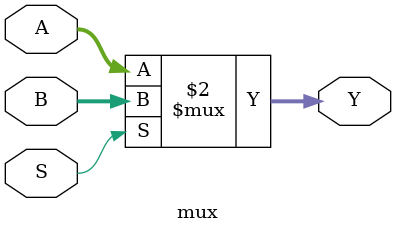
<source format=sv>
module mux
(
	input [7:0] A, B,   //declare data inputs
	input S, //declare select input
	output [7:0] Y //declare output
);
assign Y = S==0 ? A : B; //select input
endmodule 
</source>
